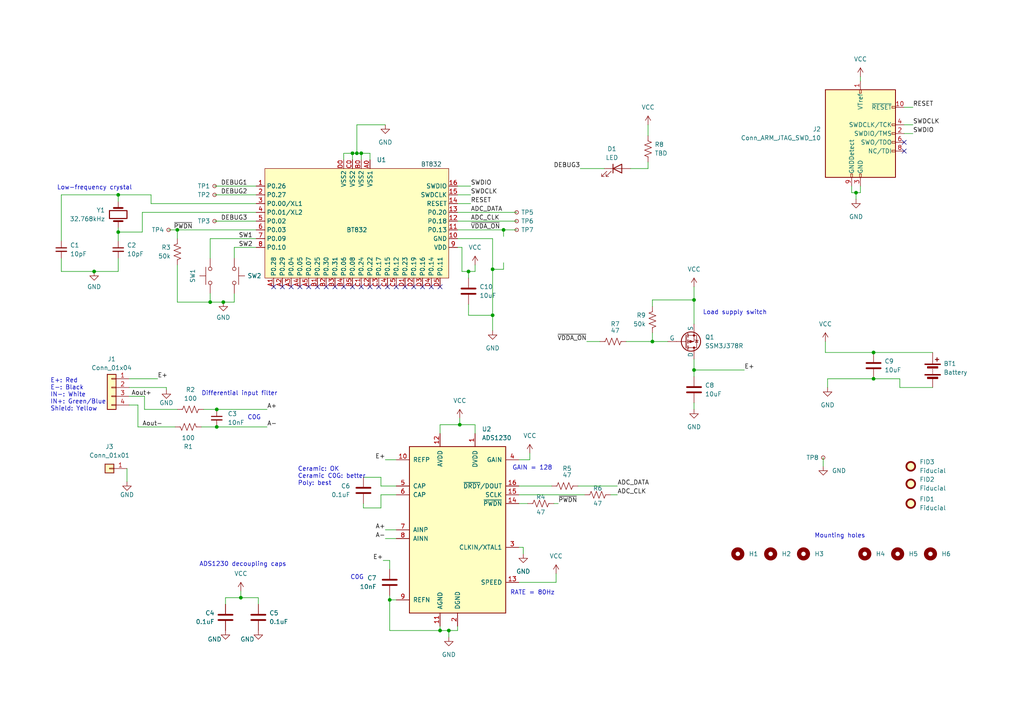
<source format=kicad_sch>
(kicad_sch (version 20230121) (generator eeschema)
  (paper "A4")
  (lib_symbols
    (symbol "Connector:Conn_ARM_JTAG_SWD_10" (pin_names (offset 1.016))
      (property "Reference" "J" (at -2.54 16.51 0))
      (property "Value" "Conn_ARM_JTAG_SWD_10" (at -2.54 13.97 0))
      (symbol "Conn_ARM_JTAG_SWD_10_0_1"
        (rectangle (start -10.16 12.7) (end 10.16 -12.7) (stroke (width 0.254)) (fill (type background)))
        (rectangle (start -2.794 -12.7) (end -2.286 -11.684))
        (rectangle (start -0.254 -12.7) (end 0.254 -11.684))
        (rectangle (start -0.254 12.7) (end 0.254 11.684))
        (rectangle (start 9.144 2.286) (end 10.16 2.794))
        (rectangle (start 10.16 -2.794) (end 9.144 -2.286))
        (rectangle (start 10.16 -0.254) (end 9.144 0.254))
        (rectangle (start 10.16 7.874) (end 9.144 7.366))
      )
      (symbol "Conn_ARM_JTAG_SWD_10_1_1"
        (rectangle (start 9.144 -5.334) (end 10.16 -4.826))
        (pin power_in line (at 0 15.24 270) (length 2.54) (name "VTref") (number "1"))
        (pin open_collector line (at 12.7 7.62 180) (length 2.54) (name "~{RESET}") (number "10"))
        (pin bidirectional line (at 12.7 0 180) (length 2.54) (name "SWDIO/TMS") (number "2"))
        (pin power_in line (at 0 -15.24 90) (length 2.54) (name "GND") (number "3"))
        (pin output line (at 12.7 2.54 180) (length 2.54) (name "SWDCLK/TCK") (number "4"))
        (pin passive line (at 0 -15.24 90) (length 2.54) hide (name "GND") (number "5"))
        (pin input line (at 12.7 -2.54 180) (length 2.54) (name "SWO/TDO") (number "6"))
        (pin no_connect line (at -10.16 0 0) (length 2.54) hide (name "KEY") (number "7"))
        (pin output line (at 12.7 -5.08 180) (length 2.54) (name "NC/TDI") (number "8"))
        (pin passive line (at -2.54 -15.24 90) (length 2.54) (name "GNDDetect") (number "9"))
      )
    )
    (symbol "Connector:TestPoint_Small" (pin_numbers hide) (pin_names (offset 0.762) hide)
      (property "Reference" "TP" (at 0 3.81 0))
      (property "Value" "TestPoint_Small" (at 0 2.032 0))
      (symbol "TestPoint_Small_0_1"
        (circle (center 0 0) (radius 0.508))
      )
      (symbol "TestPoint_Small_1_1"
        (pin passive line (at 0 0 90) (length 0) (name "1") (number "1"))
      )
    )
    (symbol "Connector_Generic:Conn_01x01" (pin_names (offset 1.016) hide)
      (property "Reference" "J" (at 0 2.54 0))
      (property "Value" "Conn_01x01" (at 0 -2.54 0))
      (symbol "Conn_01x01_1_1"
        (rectangle (start -1.27 0.127) (end 0 -0.127) (stroke (width 0.1524)))
        (rectangle (start -1.27 1.27) (end 1.27 -1.27) (stroke (width 0.254)) (fill (type background)))
        (pin passive line (at -5.08 0 0) (length 3.81) (name "Pin_1") (number "1"))
      )
    )
    (symbol "Connector_Generic:Conn_01x04" (pin_names (offset 1.016) hide)
      (property "Reference" "J" (at 0 5.08 0))
      (property "Value" "Conn_01x04" (at 0 -7.62 0))
      (symbol "Conn_01x04_1_1"
        (rectangle (start -1.27 -4.953) (end 0 -5.207) (stroke (width 0.1524)))
        (rectangle (start -1.27 -2.413) (end 0 -2.667) (stroke (width 0.1524)))
        (rectangle (start -1.27 0.127) (end 0 -0.127) (stroke (width 0.1524)))
        (rectangle (start -1.27 2.667) (end 0 2.413) (stroke (width 0.1524)))
        (rectangle (start -1.27 3.81) (end 1.27 -6.35) (stroke (width 0.254)) (fill (type background)))
        (pin passive line (at -5.08 2.54 0) (length 3.81) (name "Pin_1") (number "1"))
        (pin passive line (at -5.08 0 0) (length 3.81) (name "Pin_2") (number "2"))
        (pin passive line (at -5.08 -2.54 0) (length 3.81) (name "Pin_3") (number "3"))
        (pin passive line (at -5.08 -5.08 0) (length 3.81) (name "Pin_4") (number "4"))
      )
    )
    (symbol "Device:Battery" (pin_numbers hide) (pin_names (offset 0) hide)
      (property "Reference" "BT" (at 2.54 2.54 0))
      (property "Value" "Battery" (at 2.54 0 0))
      (symbol "Battery_0_1"
        (rectangle (start -2.286 -1.27) (end 2.286 -1.524) (fill (type outline)))
        (rectangle (start -2.286 1.778) (end 2.286 1.524) (fill (type outline)))
        (rectangle (start -1.524 -2.032) (end 1.524 -2.54) (fill (type outline)))
        (rectangle (start -1.524 1.016) (end 1.524 0.508) (fill (type outline)))
        (polyline (pts (xy 0 -1.016) (xy 0 -0.762)))
        (polyline (pts (xy 0 -0.508) (xy 0 -0.254)))
        (polyline (pts (xy 0 0) (xy 0 0.254)))
        (polyline (pts (xy 0 1.778) (xy 0 2.54)))
        (polyline (pts (xy 0.762 3.048) (xy 1.778 3.048)) (stroke (width 0.254)))
        (polyline (pts (xy 1.27 3.556) (xy 1.27 2.54)) (stroke (width 0.254)))
      )
      (symbol "Battery_1_1"
        (pin passive line (at 0 5.08 270) (length 2.54) (name "+") (number "1"))
        (pin passive line (at 0 -5.08 90) (length 2.54) (name "-") (number "2"))
      )
    )
    (symbol "Device:C" (pin_numbers hide) (pin_names (offset 0.254))
      (property "Reference" "C" (at 0.635 2.54 0))
      (property "Value" "C" (at 0.635 -2.54 0))
      (symbol "C_0_1"
        (polyline (pts (xy -2.032 -0.762) (xy 2.032 -0.762)) (stroke (width 0.508)))
        (polyline (pts (xy -2.032 0.762) (xy 2.032 0.762)) (stroke (width 0.508)))
      )
      (symbol "C_1_1"
        (pin passive line (at 0 3.81 270) (length 2.794) (name "~") (number "1"))
        (pin passive line (at 0 -3.81 90) (length 2.794) (name "~") (number "2"))
      )
    )
    (symbol "Device:C_Small" (pin_numbers hide) (pin_names (offset 0.254) hide)
      (property "Reference" "C" (at 0.254 1.778 0))
      (property "Value" "C_Small" (at 0.254 -2.032 0))
      (symbol "C_Small_0_1"
        (polyline (pts (xy -1.524 -0.508) (xy 1.524 -0.508)) (stroke (width 0.3302)))
        (polyline (pts (xy -1.524 0.508) (xy 1.524 0.508)) (stroke (width 0.3048)))
      )
      (symbol "C_Small_1_1"
        (pin passive line (at 0 2.54 270) (length 2.032) (name "~") (number "1"))
        (pin passive line (at 0 -2.54 90) (length 2.032) (name "~") (number "2"))
      )
    )
    (symbol "Device:Crystal" (pin_numbers hide) (pin_names (offset 1.016) hide)
      (property "Reference" "Y" (at 0 3.81 0))
      (property "Value" "Crystal" (at 0 -3.81 0))
      (symbol "Crystal_0_1"
        (rectangle (start -1.143 2.54) (end 1.143 -2.54) (stroke (width 0.3048)))
        (polyline (pts (xy -2.54 0) (xy -1.905 0)))
        (polyline (pts (xy -1.905 -1.27) (xy -1.905 1.27)) (stroke (width 0.508)))
        (polyline (pts (xy 1.905 -1.27) (xy 1.905 1.27)) (stroke (width 0.508)))
        (polyline (pts (xy 2.54 0) (xy 1.905 0)))
      )
      (symbol "Crystal_1_1"
        (pin passive line (at -3.81 0 0) (length 1.27) (name "1") (number "1"))
        (pin passive line (at 3.81 0 180) (length 1.27) (name "2") (number "2"))
      )
    )
    (symbol "Device:LED" (pin_numbers hide) (pin_names (offset 1.016) hide)
      (property "Reference" "D" (at 0 2.54 0))
      (property "Value" "LED" (at 0 -2.54 0))
      (symbol "LED_0_1"
        (polyline (pts (xy -1.27 -1.27) (xy -1.27 1.27)) (stroke (width 0.254)))
        (polyline (pts (xy -1.27 0) (xy 1.27 0)))
        (polyline (pts (xy 1.27 -1.27) (xy 1.27 1.27) (xy -1.27 0) (xy 1.27 -1.27)) (stroke (width 0.254)))
        (polyline (pts (xy -3.048 -0.762) (xy -4.572 -2.286) (xy -3.81 -2.286) (xy -4.572 -2.286) (xy -4.572 -1.524)))
        (polyline (pts (xy -1.778 -0.762) (xy -3.302 -2.286) (xy -2.54 -2.286) (xy -3.302 -2.286) (xy -3.302 -1.524)))
      )
      (symbol "LED_1_1"
        (pin passive line (at -3.81 0 0) (length 2.54) (name "K") (number "1"))
        (pin passive line (at 3.81 0 180) (length 2.54) (name "A") (number "2"))
      )
    )
    (symbol "Device:R_US" (pin_numbers hide) (pin_names (offset 0))
      (property "Reference" "R" (at 2.54 0 90))
      (property "Value" "R_US" (at -2.54 0 90))
      (symbol "R_US_0_1"
        (polyline (pts (xy 0 -2.286) (xy 0 -2.54)))
        (polyline (pts (xy 0 2.286) (xy 0 2.54)))
        (polyline (pts (xy 0 -0.762) (xy 1.016 -1.143) (xy 0 -1.524) (xy -1.016 -1.905) (xy 0 -2.286)))
        (polyline (pts (xy 0 0.762) (xy 1.016 0.381) (xy 0 0) (xy -1.016 -0.381) (xy 0 -0.762)))
        (polyline (pts (xy 0 2.286) (xy 1.016 1.905) (xy 0 1.524) (xy -1.016 1.143) (xy 0 0.762)))
      )
      (symbol "R_US_1_1"
        (pin passive line (at 0 3.81 270) (length 1.27) (name "~") (number "1"))
        (pin passive line (at 0 -3.81 90) (length 1.27) (name "~") (number "2"))
      )
    )
    (symbol "Kes:ADS1230" (pin_names (offset 1.016))
      (property "Reference" "U" (at -13.97 25.4 0))
      (property "Value" "ADS1230" (at 7.62 25.4 0))
      (symbol "ADS1230_0_1"
        (rectangle (start -13.97 24.13) (end 13.97 -24.13) (stroke (width 0.254)) (fill (type background)))
      )
      (symbol "ADS1230_1_1"
        (pin power_in line (at 5.08 27.94 270) (length 3.81) (name "DVDD") (number "1"))
        (pin input line (at -17.78 20.32 0) (length 3.81) (name "REFP") (number "10"))
        (pin power_in line (at -5.08 -27.94 90) (length 3.81) (name "AGND") (number "11"))
        (pin power_in line (at -5.08 27.94 270) (length 3.81) (name "AVDD") (number "12"))
        (pin input line (at 17.78 -15.24 180) (length 3.81) (name "SPEED") (number "13"))
        (pin input line (at 17.78 7.62 180) (length 3.81) (name "~{PWDN}") (number "14"))
        (pin input line (at 17.78 10.16 180) (length 3.81) (name "SCLK") (number "15"))
        (pin output line (at 17.78 12.7 180) (length 3.81) (name "~{DRDY}/DOUT") (number "16"))
        (pin power_in line (at 0 -27.94 90) (length 3.81) (name "DGND") (number "2"))
        (pin bidirectional line (at 17.78 -5.08 180) (length 3.81) (name "CLKIN/XTAL1") (number "3"))
        (pin input line (at 17.78 20.32 180) (length 3.81) (name "GAIN") (number "4"))
        (pin passive line (at -17.78 12.7 0) (length 3.81) (name "CAP") (number "5"))
        (pin passive line (at -17.78 10.16 0) (length 3.81) (name "CAP") (number "6"))
        (pin input line (at -17.78 0 0) (length 3.81) (name "AINP") (number "7"))
        (pin input line (at -17.78 -2.54 0) (length 3.81) (name "AINN") (number "8"))
        (pin input line (at -17.78 -20.32 0) (length 3.81) (name "REFN") (number "9"))
      )
    )
    (symbol "Kes:BT832"
      (property "Reference" "U" (at 0 0 0))
      (symbol "BT832_1_1"
        (rectangle (start -26.67 17.78) (end 26.67 -13.97) (fill (type background)))
        (text "${VALUE}" (at 21.59 19.05 0) (effects (font (size 1.27 1.27))))
        (pin bidirectional line (at -29.21 12.7 0) (length 2.54) (name "P0.26") (number "1"))
        (pin power_in line (at 29.21 -2.54 180) (length 2.54) (name "GND") (number "10"))
        (pin bidirectional line (at 29.21 0 180) (length 2.54) (name "P0.13") (number "11"))
        (pin bidirectional line (at 29.21 2.54 180) (length 2.54) (name "P0.18") (number "12"))
        (pin bidirectional line (at 29.21 5.08 180) (length 2.54) (name "P0.20") (number "13"))
        (pin input line (at 29.21 7.62 180) (length 2.54) (name "RESET") (number "14"))
        (pin bidirectional line (at 29.21 10.16 180) (length 2.54) (name "SWDCLK") (number "15"))
        (pin bidirectional line (at 29.21 12.7 180) (length 2.54) (name "SWDIO") (number "16"))
        (pin bidirectional line (at -29.21 10.16 0) (length 2.54) (name "P0.27") (number "2"))
        (pin bidirectional line (at -29.21 7.62 0) (length 2.54) (name "P0.00/XL1") (number "3"))
        (pin bidirectional line (at -29.21 5.08 0) (length 2.54) (name "P0.01/XL2") (number "4"))
        (pin bidirectional line (at -29.21 2.54 0) (length 2.54) (name "P0.02") (number "5"))
        (pin bidirectional line (at -29.21 0 0) (length 2.54) (name "P0.03") (number "6"))
        (pin bidirectional line (at -29.21 -2.54 0) (length 2.54) (name "P0.09") (number "7"))
        (pin bidirectional line (at -29.21 -5.08 0) (length 2.54) (name "P0.10") (number "8"))
        (pin power_in line (at 29.21 -5.08 180) (length 2.54) (name "VDD") (number "9"))
        (pin power_in line (at 3.81 20.32 270) (length 2.54) (name "VSS1") (number "A0"))
        (pin bidirectional line (at -24.13 -16.51 90) (length 2.54) (name "P0.28") (number "A1"))
        (pin bidirectional line (at -21.59 -16.51 90) (length 2.54) (name "P0.29") (number "A2"))
        (pin bidirectional line (at -19.05 -16.51 90) (length 2.54) (name "P0.04") (number "A3"))
        (pin bidirectional line (at -16.51 -16.51 90) (length 2.54) (name "P0.05") (number "A4"))
        (pin bidirectional line (at -13.97 -16.51 90) (length 2.54) (name "P0.07") (number "A5"))
        (pin power_in line (at 1.27 20.32 270) (length 2.54) (name "VSS2") (number "B0"))
        (pin bidirectional line (at -11.43 -16.51 90) (length 2.54) (name "P0.25") (number "B1"))
        (pin bidirectional line (at -8.89 -16.51 90) (length 2.54) (name "P0.30") (number "B2"))
        (pin bidirectional line (at -6.35 -16.51 90) (length 2.54) (name "P0.31") (number "B3"))
        (pin bidirectional line (at -3.81 -16.51 90) (length 2.54) (name "P0.06") (number "B4"))
        (pin bidirectional line (at -1.27 -16.51 90) (length 2.54) (name "P0.08") (number "B5"))
        (pin power_in line (at -1.27 20.32 270) (length 2.54) (name "VSS2") (number "C0"))
        (pin bidirectional line (at 1.27 -16.51 90) (length 2.54) (name "P0.24") (number "C1"))
        (pin bidirectional line (at 3.81 -16.51 90) (length 2.54) (name "P0.22") (number "C2"))
        (pin bidirectional line (at 6.35 -16.51 90) (length 2.54) (name "P0.17") (number "C3"))
        (pin bidirectional line (at 8.89 -16.51 90) (length 2.54) (name "P0.15") (number "C4"))
        (pin bidirectional line (at 11.43 -16.51 90) (length 2.54) (name "P0.12") (number "C5"))
        (pin power_in line (at -3.81 20.32 270) (length 2.54) (name "VSS2") (number "D0"))
        (pin bidirectional line (at 13.97 -16.51 90) (length 2.54) (name "P0.23") (number "D1"))
        (pin bidirectional line (at 16.51 -16.51 90) (length 2.54) (name "P0.19") (number "D2"))
        (pin bidirectional line (at 19.05 -16.51 90) (length 2.54) (name "P0.16") (number "D3"))
        (pin bidirectional line (at 21.59 -16.51 90) (length 2.54) (name "P0.14") (number "D4"))
        (pin bidirectional line (at 24.13 -16.51 90) (length 2.54) (name "P0.11") (number "D5"))
      )
    )
    (symbol "Mechanical:Fiducial"
      (property "Reference" "FID" (at 0 5.08 0))
      (property "Value" "Fiducial" (at 0 3.175 0))
      (symbol "Fiducial_0_1"
        (circle (center 0 0) (radius 1.27) (stroke (width 0.508)) (fill (type background)))
      )
    )
    (symbol "Mechanical:MountingHole" (pin_names (offset 1.016))
      (property "Reference" "H" (at 0 5.08 0))
      (property "Value" "MountingHole" (at 0 3.175 0))
      (symbol "MountingHole_0_1"
        (circle (center 0 0) (radius 1.27) (stroke (width 1.27)))
      )
    )
    (symbol "Simulation_SPICE:PMOS" (pin_numbers hide) (pin_names (offset 0))
      (property "Reference" "Q" (at 5.08 1.27 0))
      (property "Value" "PMOS" (at 5.08 -1.27 0))
      (symbol "PMOS_0_1"
        (polyline (pts (xy 0.254 0) (xy -2.54 0)))
        (polyline (pts (xy 0.254 1.905) (xy 0.254 -1.905)) (stroke (width 0.254)))
        (polyline (pts (xy 0.762 -1.27) (xy 0.762 -2.286)) (stroke (width 0.254)))
        (polyline (pts (xy 0.762 0.508) (xy 0.762 -0.508)) (stroke (width 0.254)))
        (polyline (pts (xy 0.762 2.286) (xy 0.762 1.27)) (stroke (width 0.254)))
        (polyline (pts (xy 2.54 2.54) (xy 2.54 1.778)))
        (polyline (pts (xy 2.54 -2.54) (xy 2.54 0) (xy 0.762 0)))
        (polyline (pts (xy 0.762 1.778) (xy 3.302 1.778) (xy 3.302 -1.778) (xy 0.762 -1.778)))
        (polyline (pts (xy 2.286 0) (xy 1.27 0.381) (xy 1.27 -0.381) (xy 2.286 0)) (fill (type outline)))
        (polyline (pts (xy 2.794 -0.508) (xy 2.921 -0.381) (xy 3.683 -0.381) (xy 3.81 -0.254)))
        (polyline (pts (xy 3.302 -0.381) (xy 2.921 0.254) (xy 3.683 0.254) (xy 3.302 -0.381)))
        (circle (center 1.651 0) (radius 2.794) (stroke (width 0.254)))
        (circle (center 2.54 -1.778) (radius 0.254) (fill (type outline)))
        (circle (center 2.54 1.778) (radius 0.254) (fill (type outline)))
      )
      (symbol "PMOS_1_1"
        (pin passive line (at 2.54 5.08 270) (length 2.54) (name "D") (number "1"))
        (pin input line (at -5.08 0 0) (length 2.54) (name "G") (number "2"))
        (pin passive line (at 2.54 -5.08 90) (length 2.54) (name "S") (number "3"))
      )
    )
    (symbol "Switch:SW_Push" (pin_numbers hide) (pin_names (offset 1.016) hide)
      (property "Reference" "SW" (at 1.27 2.54 0))
      (property "Value" "SW_Push" (at 0 -1.524 0))
      (symbol "SW_Push_0_1"
        (circle (center -2.032 0) (radius 0.508))
        (polyline (pts (xy 0 1.27) (xy 0 3.048)))
        (polyline (pts (xy 2.54 1.27) (xy -2.54 1.27)))
        (circle (center 2.032 0) (radius 0.508))
        (pin passive line (at -5.08 0 0) (length 2.54) (name "1") (number "1"))
        (pin passive line (at 5.08 0 180) (length 2.54) (name "2") (number "2"))
      )
    )
    (symbol "power:GND" (power) (pin_names (offset 0))
      (property "Value" "GND" (at 0 -3.81 0))
      (symbol "GND_0_1"
        (polyline (pts (xy 0 0) (xy 0 -1.27) (xy 1.27 -1.27) (xy 0 -2.54) (xy -1.27 -1.27) (xy 0 -1.27)))
      )
      (symbol "GND_1_1"
        (pin power_in line (at 0 0 270) (length 0) hide (name "GND") (number "1"))
      )
    )
    (symbol "power:VCC" (power) (pin_names (offset 0))
      (property "Value" "VCC" (at 0 3.81 0))
      (symbol "VCC_0_1"
        (polyline (pts (xy -0.762 1.27) (xy 0 2.54)))
        (polyline (pts (xy 0 0) (xy 0 2.54)))
        (polyline (pts (xy 0 2.54) (xy 0.762 1.27)))
      )
      (symbol "VCC_1_1"
        (pin power_in line (at 0 0 90) (length 0) hide (name "VCC") (number "1"))
      )
    )
  )
  (junction (at 146.05 66.675))
  (junction (at 248.285 55.88))
  (junction (at 142.875 91.44))
  (junction (at 62.865 118.745))
  (junction (at 142.875 78.105))
  (junction (at 127.635 182.88))
  (junction (at 51.435 66.675))
  (junction (at 253.365 109.855))
  (junction (at 64.77 87.63))
  (junction (at 113.03 173.99))
  (junction (at 60.96 87.63))
  (junction (at 62.865 123.825))
  (junction (at 130.175 182.88))
  (junction (at 104.775 44.45))
  (junction (at 103.505 44.45))
  (junction (at 253.365 102.235))
  (junction (at 69.85 173.355))
  (junction (at 27.305 78.74))
  (junction (at 102.235 44.45))
  (junction (at 34.29 67.31))
  (junction (at 34.29 56.515))
  (junction (at 189.23 99.06))
  (junction (at 133.35 123.19))
  (junction (at 201.295 107.315))
  (junction (at 201.295 86.995))
  (junction (at 135.89 78.74))
  (no_connect (at 262.255 41.275))
  (no_connect (at 125.095 83.185))
  (no_connect (at 114.935 83.185))
  (no_connect (at 94.615 83.185))
  (no_connect (at 92.075 83.185))
  (no_connect (at 127.635 83.185))
  (no_connect (at 120.015 83.185))
  (no_connect (at 104.775 83.185))
  (no_connect (at 84.455 83.185))
  (no_connect (at 107.315 83.185))
  (no_connect (at 89.535 83.185))
  (no_connect (at 86.995 83.185))
  (no_connect (at 262.255 43.815))
  (no_connect (at 122.555 83.185))
  (no_connect (at 79.375 83.185))
  (no_connect (at 117.475 83.185))
  (no_connect (at 99.695 83.185))
  (no_connect (at 112.395 83.185))
  (no_connect (at 81.915 83.185))
  (no_connect (at 109.855 83.185))
  (no_connect (at 102.235 83.185))
  (no_connect (at 97.155 83.185))
  (wire (pts (xy 240.03 109.855) (xy 253.365 109.855)))
  (wire (pts (xy 135.89 78.74) (xy 137.795 78.74)))
  (wire (pts (xy 34.29 67.31) (xy 34.29 69.85)))
  (wire (pts (xy 133.985 78.74) (xy 135.89 78.74)))
  (wire (pts (xy 111.125 162.56) (xy 113.03 162.56)))
  (wire (pts (xy 110.49 147.32) (xy 105.41 147.32)))
  (wire (pts (xy 111.76 156.21) (xy 114.935 156.21)))
  (wire (pts (xy 127.635 181.61) (xy 127.635 182.88)))
  (wire (pts (xy 201.295 104.14) (xy 201.295 107.315)))
  (wire (pts (xy 150.495 146.05) (xy 153.035 146.05)))
  (wire (pts (xy 48.26 112.395) (xy 48.26 113.03)))
  (wire (pts (xy 17.78 78.74) (xy 27.305 78.74)))
  (wire (pts (xy 34.29 56.515) (xy 17.78 56.515)))
  (wire (pts (xy 127.635 123.19) (xy 127.635 125.73)))
  (wire (pts (xy 113.03 173.99) (xy 113.03 182.88)))
  (wire (pts (xy 58.42 123.825) (xy 62.865 123.825)))
  (wire (pts (xy 110.49 138.43) (xy 110.49 140.97)))
  (wire (pts (xy 146.05 76.2) (xy 146.05 78.105)))
  (wire (pts (xy 67.945 74.93) (xy 67.945 71.755)))
  (wire (pts (xy 43.815 59.055) (xy 43.815 56.515)))
  (wire (pts (xy 201.295 116.84) (xy 201.295 118.745)))
  (wire (pts (xy 60.96 87.63) (xy 60.96 85.09)))
  (wire (pts (xy 150.495 143.51) (xy 169.545 143.51)))
  (wire (pts (xy 51.435 76.835) (xy 51.435 87.63)))
  (wire (pts (xy 182.88 48.895) (xy 187.96 48.895)))
  (wire (pts (xy 113.03 172.72) (xy 113.03 173.99)))
  (wire (pts (xy 107.315 44.45) (xy 107.315 46.355)))
  (wire (pts (xy 187.96 48.895) (xy 187.96 46.99)))
  (wire (pts (xy 62.865 118.745) (xy 77.47 118.745)))
  (wire (pts (xy 132.715 71.755) (xy 133.985 71.755)))
  (wire (pts (xy 60.96 74.93) (xy 60.96 69.215)))
  (wire (pts (xy 150.495 158.75) (xy 151.765 158.75)))
  (wire (pts (xy 102.235 44.45) (xy 103.505 44.45)))
  (wire (pts (xy 67.945 87.63) (xy 67.945 85.09)))
  (wire (pts (xy 34.29 58.42) (xy 34.29 56.515)))
  (wire (pts (xy 146.05 78.105) (xy 142.875 78.105)))
  (wire (pts (xy 17.78 56.515) (xy 17.78 69.85)))
  (wire (pts (xy 114.935 173.99) (xy 113.03 173.99)))
  (wire (pts (xy 130.175 182.88) (xy 130.175 184.785)))
  (wire (pts (xy 62.865 123.825) (xy 77.47 123.825)))
  (wire (pts (xy 65.405 173.355) (xy 69.85 173.355)))
  (wire (pts (xy 40.005 117.475) (xy 40.005 123.825)))
  (wire (pts (xy 34.29 66.04) (xy 34.29 67.31)))
  (wire (pts (xy 160.655 146.05) (xy 161.925 146.05)))
  (wire (pts (xy 161.29 168.91) (xy 150.495 168.91)))
  (wire (pts (xy 167.64 140.97) (xy 179.07 140.97)))
  (wire (pts (xy 110.49 140.97) (xy 114.935 140.97)))
  (wire (pts (xy 132.715 66.675) (xy 146.05 66.675)))
  (wire (pts (xy 135.89 88.265) (xy 135.89 91.44)))
  (wire (pts (xy 110.49 143.51) (xy 110.49 147.32)))
  (wire (pts (xy 74.295 59.055) (xy 43.815 59.055)))
  (wire (pts (xy 99.695 44.45) (xy 102.235 44.45)))
  (wire (pts (xy 113.03 162.56) (xy 113.03 165.1)))
  (wire (pts (xy 105.41 138.43) (xy 110.49 138.43)))
  (wire (pts (xy 105.41 147.32) (xy 105.41 146.05)))
  (wire (pts (xy 187.96 36.195) (xy 187.96 39.37)))
  (wire (pts (xy 74.295 64.135) (xy 62.23 64.135)))
  (wire (pts (xy 64.77 87.63) (xy 60.96 87.63)))
  (wire (pts (xy 37.465 112.395) (xy 48.26 112.395)))
  (wire (pts (xy 74.295 56.515) (xy 62.23 56.515)))
  (wire (pts (xy 127.635 123.19) (xy 133.35 123.19)))
  (wire (pts (xy 249.555 53.975) (xy 249.555 55.88)))
  (wire (pts (xy 153.67 133.35) (xy 153.67 131.445)))
  (wire (pts (xy 249.555 22.225) (xy 249.555 23.495)))
  (wire (pts (xy 132.715 59.055) (xy 136.525 59.055)))
  (wire (pts (xy 189.23 88.9) (xy 189.23 86.995)))
  (wire (pts (xy 189.23 99.06) (xy 193.675 99.06)))
  (wire (pts (xy 114.935 133.35) (xy 111.76 133.35)))
  (wire (pts (xy 201.295 86.995) (xy 201.295 93.98)))
  (wire (pts (xy 253.365 102.235) (xy 270.51 102.235)))
  (wire (pts (xy 43.815 56.515) (xy 34.29 56.515)))
  (wire (pts (xy 67.945 71.755) (xy 74.295 71.755)))
  (wire (pts (xy 133.985 71.755) (xy 133.985 78.74)))
  (wire (pts (xy 150.495 133.35) (xy 153.67 133.35)))
  (wire (pts (xy 133.35 123.19) (xy 137.795 123.19)))
  (wire (pts (xy 240.03 112.395) (xy 240.03 109.855)))
  (wire (pts (xy 146.05 66.675) (xy 146.05 68.58)))
  (wire (pts (xy 34.29 67.31) (xy 41.275 67.31)))
  (wire (pts (xy 127.635 182.88) (xy 130.175 182.88)))
  (wire (pts (xy 37.465 114.935) (xy 41.91 114.935)))
  (wire (pts (xy 238.76 135.255) (xy 238.76 132.715)))
  (wire (pts (xy 104.775 44.45) (xy 104.775 46.355)))
  (wire (pts (xy 189.23 96.52) (xy 189.23 99.06)))
  (wire (pts (xy 142.875 69.215) (xy 132.715 69.215)))
  (wire (pts (xy 132.715 61.595) (xy 149.86 61.595)))
  (wire (pts (xy 111.76 153.67) (xy 114.935 153.67)))
  (wire (pts (xy 40.005 123.825) (xy 50.8 123.825)))
  (wire (pts (xy 104.775 44.45) (xy 107.315 44.45)))
  (wire (pts (xy 51.435 66.675) (xy 74.295 66.675)))
  (wire (pts (xy 135.89 78.74) (xy 135.89 80.645)))
  (wire (pts (xy 161.29 166.37) (xy 161.29 168.91)))
  (wire (pts (xy 34.29 78.74) (xy 34.29 74.93)))
  (wire (pts (xy 132.715 181.61) (xy 132.715 182.88)))
  (wire (pts (xy 51.435 118.745) (xy 41.91 118.745)))
  (wire (pts (xy 201.295 83.185) (xy 201.295 86.995)))
  (wire (pts (xy 132.715 53.975) (xy 136.525 53.975)))
  (wire (pts (xy 260.985 112.395) (xy 270.51 112.395)))
  (wire (pts (xy 133.35 121.285) (xy 133.35 123.19)))
  (wire (pts (xy 135.89 91.44) (xy 142.875 91.44)))
  (wire (pts (xy 177.165 143.51) (xy 179.07 143.51)))
  (wire (pts (xy 41.91 118.745) (xy 41.91 114.935)))
  (wire (pts (xy 150.495 140.97) (xy 160.02 140.97)))
  (wire (pts (xy 262.255 31.115) (xy 264.795 31.115)))
  (wire (pts (xy 51.435 66.675) (xy 51.435 69.215)))
  (wire (pts (xy 239.395 102.235) (xy 239.395 99.06)))
  (wire (pts (xy 69.85 171.45) (xy 69.85 173.355)))
  (wire (pts (xy 181.61 99.06) (xy 189.23 99.06)))
  (wire (pts (xy 248.285 55.88) (xy 248.285 57.785)))
  (wire (pts (xy 262.255 38.735) (xy 264.795 38.735)))
  (wire (pts (xy 59.055 118.745) (xy 62.865 118.745)))
  (wire (pts (xy 74.295 53.975) (xy 62.23 53.975)))
  (wire (pts (xy 137.795 123.19) (xy 137.795 125.73)))
  (wire (pts (xy 168.275 48.895) (xy 175.26 48.895)))
  (wire (pts (xy 69.85 173.355) (xy 74.93 173.355)))
  (wire (pts (xy 74.93 173.355) (xy 74.93 175.26)))
  (wire (pts (xy 103.505 36.195) (xy 111.76 36.195)))
  (wire (pts (xy 146.05 66.675) (xy 149.86 66.675)))
  (wire (pts (xy 247.015 55.88) (xy 248.285 55.88)))
  (wire (pts (xy 249.555 55.88) (xy 248.285 55.88)))
  (wire (pts (xy 114.935 143.51) (xy 110.49 143.51)))
  (wire (pts (xy 60.96 69.215) (xy 74.295 69.215)))
  (wire (pts (xy 201.295 107.315) (xy 201.295 109.22)))
  (wire (pts (xy 40.005 117.475) (xy 37.465 117.475)))
  (wire (pts (xy 102.235 44.45) (xy 102.235 46.355)))
  (wire (pts (xy 27.305 78.74) (xy 34.29 78.74)))
  (wire (pts (xy 48.895 66.675) (xy 51.435 66.675)))
  (wire (pts (xy 260.985 109.855) (xy 260.985 112.395)))
  (wire (pts (xy 142.875 95.885) (xy 142.875 91.44)))
  (wire (pts (xy 41.275 67.31) (xy 41.275 61.595)))
  (wire (pts (xy 65.405 175.26) (xy 65.405 173.355)))
  (wire (pts (xy 239.395 102.235) (xy 253.365 102.235)))
  (wire (pts (xy 132.715 56.515) (xy 136.525 56.515)))
  (wire (pts (xy 130.175 182.88) (xy 132.715 182.88)))
  (wire (pts (xy 41.275 61.595) (xy 74.295 61.595)))
  (wire (pts (xy 64.77 87.63) (xy 67.945 87.63)))
  (wire (pts (xy 151.765 160.655) (xy 151.765 158.75)))
  (wire (pts (xy 103.505 44.45) (xy 104.775 44.45)))
  (wire (pts (xy 132.715 64.135) (xy 149.86 64.135)))
  (wire (pts (xy 142.875 78.105) (xy 142.875 69.215)))
  (wire (pts (xy 201.295 107.315) (xy 215.9 107.315)))
  (wire (pts (xy 51.435 87.63) (xy 60.96 87.63)))
  (wire (pts (xy 262.255 36.195) (xy 264.795 36.195)))
  (wire (pts (xy 260.985 109.855) (xy 253.365 109.855)))
  (wire (pts (xy 17.78 74.93) (xy 17.78 78.74)))
  (wire (pts (xy 36.83 135.89) (xy 36.83 139.7)))
  (wire (pts (xy 189.23 86.995) (xy 201.295 86.995)))
  (wire (pts (xy 99.695 46.355) (xy 99.695 44.45)))
  (wire (pts (xy 247.015 53.975) (xy 247.015 55.88)))
  (wire (pts (xy 170.18 99.06) (xy 173.99 99.06)))
  (wire (pts (xy 113.03 182.88) (xy 127.635 182.88)))
  (wire (pts (xy 137.795 78.74) (xy 137.795 76.835)))
  (wire (pts (xy 37.465 109.855) (xy 45.72 109.855)))
  (wire (pts (xy 142.875 91.44) (xy 142.875 78.105)))
  (wire (pts (xy 103.505 44.45) (xy 103.505 36.195)))
  (text "Load supply switch" (at 203.835 91.44 0) (effects (font (size 1.27 1.27)) (justify left bottom)))
  (text "E+: Red\nE-: Black\nIN-: White\nIN+: Green/Blue\nShield: Yellow" (at 14.605 119.38 0) (effects (font (size 1.27 1.27)) (justify left bottom)))
  (text "Differential input filter" (at 58.42 114.935 0) (effects (font (size 1.27 1.27)) (justify left bottom)))
  (text "Low-frequency crystal" (at 16.51 55.245 0) (effects (font (size 1.27 1.27)) (justify left bottom)))
  (text "C0G" (at 101.6 168.275 0) (effects (font (size 1.27 1.27)) (justify left bottom)))
  (text "Mounting holes" (at 236.22 156.21 0) (effects (font (size 1.27 1.27)) (justify left bottom)))
  (text "RATE = 80Hz" (at 147.955 172.72 0) (effects (font (size 1.27 1.27)) (justify left bottom)))
  (text "GAIN = 128" (at 148.59 136.525 0) (effects (font (size 1.27 1.27)) (justify left bottom)))
  (text "Ceramic: OK\nCeramic C0G: better\nPoly: best" (at 86.36 140.97 0) (effects (font (size 1.27 1.27)) (justify left bottom)))
  (text "C0G" (at 71.755 121.92 0) (effects (font (size 1.27 1.27)) (justify left bottom)))
  (text "ADS1230 decoupling caps" (at 57.785 164.465 0) (effects (font (size 1.27 1.27)) (justify left bottom)))
  (label "E+" (at 111.125 162.56 180))
  (label "DEBUG3" (at 168.275 48.895 180))
  (label "SWDCLK" (at 264.795 36.195 0))
  (label "ADC_CLK" (at 179.07 143.51 0))
  (label "DEBUG3" (at 71.755 64.135 180))
  (label "~{PWDN}" (at 161.925 146.05 0))
  (label "SW2" (at 69.215 71.755 0))
  (label "SW1" (at 69.215 69.215 0))
  (label "RESET" (at 264.795 31.115 0))
  (label "RESET" (at 136.525 59.055 0))
  (label "ADC_DATA" (at 179.07 140.97 0))
  (label "ADC_DATA" (at 136.525 61.595 0))
  (label "A-" (at 77.47 123.825 0))
  (label "ADC_CLK" (at 136.525 64.135 0))
  (label "Aout-" (at 41.275 123.825 0))
  (label "A-" (at 111.76 156.21 180))
  (label "SWDCLK" (at 136.525 56.515 0))
  (label "A+" (at 77.47 118.745 0))
  (label "DEBUG1" (at 71.755 53.975 180))
  (label "~{PWDN}" (at 55.88 66.675 180))
  (label "~{VDDA_ON}" (at 136.525 66.675 0))
  (label "E+" (at 215.9 107.315 0))
  (label "A+" (at 111.76 153.67 180))
  (label "DEBUG2" (at 71.755 56.515 180))
  (label "E+" (at 111.76 133.35 180))
  (label "Aout+" (at 38.1 114.935 0))
  (label "SWDIO" (at 136.525 53.975 0))
  (label "E+" (at 45.72 109.855 0))
  (label "~{VDDA_ON}" (at 170.18 99.06 180))
  (label "SWDIO" (at 264.795 38.735 0))
  (symbol (lib_id "Switch:SW_Push") (at 60.96 80.01 90) (mirror x) (unit 1)
    (property "Reference" "SW1" (at 55.88 80.01 0))
    (property "Value" "2223-TS02-66-70-BK-160-LCR-D-ND (Digikey)" (effects hide))
    (property "Footprint" "Button_Switch_THT:SW_PUSH_6mm_H7.3mm" (effects hide))
  )
  (symbol (lib_id "Device:C") (at 74.93 179.07 0) (unit 1)
    (property "Reference" "C5" (at 78.105 177.8 0) (effects (justify left)))
    (property "Value" "0.1uF" (at 78.105 180.34 0) (effects (justify left)))
    (property "Footprint" "Capacitor_SMD:C_0603_1608Metric" (effects hide))
  )
  (symbol (lib_id "Connector:TestPoint_Small") (at 62.23 64.135 180) (unit 1)
    (property "Reference" "TP3" (at 60.96 64.135 0) (effects (justify left)))
    (property "Value" "TestPoint_Small" (effects hide))
    (property "Footprint" "TestPoint:TestPoint_Pad_D1.5mm" (effects hide))
  )
  (symbol (lib_id "power:GND") (at 48.26 113.03 0) (unit 1)
    (property "Reference" "#PWR03" (effects hide))
    (property "Value" "GND" (at 48.26 116.84 0))
  )
  (symbol (lib_id "Device:C") (at 105.41 142.24 0) (mirror y) (unit 1)
    (property "Reference" "C6" (at 101.6 140.97 0) (effects (justify left)))
    (property "Value" "0.1uF" (at 101.6 143.51 0) (effects (justify left)))
    (property "Footprint" "Capacitor_SMD:C_0603_1608Metric" (effects hide))
  )
  (symbol (lib_id "Device:Battery") (at 270.51 107.315 0) (unit 1)
    (property "Reference" "BT1" (at 273.685 105.4735 0) (effects (justify left)))
    (property "Value" "Battery" (at 273.685 108.0135 0) (effects (justify left)))
    (property "Footprint" "Connector_Wire:SolderWire-0.5sqmm_1x02_P4.6mm_D0.9mm_OD2.1mm" (effects hide))
  )
  (symbol (lib_id "Kes:ADS1230") (at 132.715 153.67 0) (unit 1)
    (property "Reference" "U2" (at 139.7509 124.46 0) (effects (justify left)))
    (property "Value" "ADS1230" (at 139.7509 127 0) (effects (justify left)))
    (property "Footprint" "Package_SO:TSSOP-16_4.4x5mm_P0.65mm" (effects hide))
    (property "Datasheet" "http://www.ti.com/lit/ds/symlink/ads1230.pdf" (effects hide))
  )
  (symbol (lib_id "power:GND") (at 74.93 182.88 0) (unit 1)
    (property "Reference" "#PWR07" (effects hide))
    (property "Value" "GND" (at 71.755 185.42 0))
  )
  (symbol (lib_id "Device:C") (at 135.89 84.455 0) (unit 1)
    (property "Reference" "C10" (at 139.065 83.185 0) (effects (justify left)))
    (property "Value" "10uF" (at 139.065 85.725 0) (effects (justify left)))
    (property "Footprint" "Capacitor_SMD:C_0805_2012Metric" (effects hide))
  )
  (symbol (lib_id "Connector:TestPoint_Small") (at 238.76 132.715 0) (mirror y) (unit 1)
    (property "Reference" "TP8" (at 237.49 132.715 0) (effects (justify left)))
    (property "Value" "TestPoint_Small" (effects hide))
    (property "Footprint" "TestPoint:TestPoint_Pad_D1.5mm" (effects hide))
  )
  (symbol (lib_id "Device:C") (at 201.295 113.03 0) (unit 1)
    (property "Reference" "C8" (at 204.47 111.76 0) (effects (justify left)))
    (property "Value" "10uF" (at 204.47 114.3 0) (effects (justify left)))
    (property "Footprint" "Capacitor_SMD:C_0805_2012Metric" (effects hide))
  )
  (symbol (lib_id "Simulation_SPICE:PMOS") (at 198.755 99.06 0) (mirror x) (unit 1)
    (property "Reference" "Q1" (at 204.47 97.79 0) (effects (justify left)))
    (property "Value" "SSM3J378R" (at 204.47 100.33 0) (effects (justify left)))
    (property "Footprint" "Package_TO_SOT_SMD:SOT-23" (effects hide))
    (property "Datasheet" "https://ngspice.sourceforge.io/docs/ngspice-manual.pdf" (effects hide))
    (property "Sim.Device" "PMOS" (effects hide))
    (property "Sim.Type" "VDMOS" (effects hide))
    (property "Sim.Pins" "1=D 2=G 3=S" (effects hide))
  )
  (symbol (lib_id "power:GND") (at 64.77 87.63 0) (unit 1)
    (property "Reference" "#PWR04" (effects hide))
    (property "Value" "GND" (at 64.77 92.075 0))
  )
  (symbol (lib_id "Device:R_US") (at 189.23 92.71 0) (mirror y) (unit 1)
    (property "Reference" "R9" (at 187.325 91.44 0) (effects (justify left)))
    (property "Value" "50k" (at 187.325 93.98 0) (effects (justify left)))
    (property "Footprint" "Resistor_SMD:R_0603_1608Metric" (effects hide))
  )
  (symbol (lib_id "power:VCC") (at 69.85 171.45 0) (unit 1)
    (property "Reference" "#PWR06" (effects hide))
    (property "Value" "VCC" (at 69.85 166.37 0))
  )
  (symbol (lib_id "power:VCC") (at 239.395 99.06 0) (unit 1)
    (property "Reference" "#PWR020" (effects hide))
    (property "Value" "VCC" (at 239.395 93.98 0))
  )
  (symbol (lib_id "power:VCC") (at 137.795 76.835 0) (unit 1)
    (property "Reference" "#PWR011" (effects hide))
    (property "Value" "VCC" (at 137.795 71.755 0))
  )
  (symbol (lib_id "Mechanical:MountingHole") (at 223.52 160.655 0) (unit 1)
    (property "Reference" "H2" (at 226.695 160.655 0) (effects (justify left)))
    (property "Value" "MountingHole" (effects hide))
    (property "Footprint" "MountingHole:MountingHole_2.2mm_M2" (effects hide))
  )
  (symbol (lib_id "power:GND") (at 240.03 112.395 0) (unit 1)
    (property "Reference" "#PWR021" (effects hide))
    (property "Value" "GND" (at 240.03 117.475 0))
  )
  (symbol (lib_id "Device:R_US") (at 156.845 146.05 90) (unit 1)
    (property "Reference" "R4" (at 156.845 144.145 90))
    (property "Value" "47" (at 156.845 148.59 90))
    (property "Footprint" "Resistor_SMD:R_0603_1608Metric" (effects hide))
  )
  (symbol (lib_id "Mechanical:Fiducial") (at 264.16 146.05 0) (unit 1)
    (property "Reference" "FID1" (at 266.7 144.78 0) (effects (justify left)))
    (property "Value" "Fiducial" (at 266.7 147.32 0) (effects (justify left)))
    (property "Footprint" "Fiducial:Fiducial_0.5mm_Mask1mm" (effects hide))
  )
  (symbol (lib_id "Device:C") (at 113.03 168.91 0) (mirror y) (unit 1)
    (property "Reference" "C7" (at 109.22 167.64 0) (effects (justify left)))
    (property "Value" "10nF" (at 109.22 170.18 0) (effects (justify left)))
    (property "Footprint" "Capacitor_SMD:C_0603_1608Metric" (effects hide))
  )
  (symbol (lib_id "Device:R_US") (at 54.61 123.825 90) (mirror x) (unit 1)
    (property "Reference" "R1" (at 54.61 129.54 90))
    (property "Value" "100" (at 54.61 127 90))
    (property "Footprint" "Resistor_SMD:R_0603_1608Metric" (effects hide))
  )
  (symbol (lib_id "power:GND") (at 151.765 160.655 0) (unit 1)
    (property "Reference" "#PWR013" (effects hide))
    (property "Value" "GND" (at 151.765 165.735 0))
  )
  (symbol (lib_id "Device:R_US") (at 173.355 143.51 90) (unit 1)
    (property "Reference" "R6" (at 173.355 141.605 90))
    (property "Value" "47" (at 173.355 146.05 90))
    (property "Footprint" "Resistor_SMD:R_0603_1608Metric" (effects hide))
  )
  (symbol (lib_id "Device:R_US") (at 187.96 43.18 0) (unit 1)
    (property "Reference" "R8" (at 189.865 41.91 0) (effects (justify left)))
    (property "Value" "TBD" (at 189.865 44.45 0) (effects (justify left)))
    (property "Footprint" "Resistor_SMD:R_0805_2012Metric" (effects hide))
  )
  (symbol (lib_id "Mechanical:MountingHole") (at 260.35 160.655 0) (unit 1)
    (property "Reference" "H5" (at 263.525 160.655 0) (effects (justify left)))
    (property "Value" "MountingHole" (effects hide))
    (property "Footprint" "MountingHole:MountingHole_2.2mm_M2" (effects hide))
  )
  (symbol (lib_id "Device:C") (at 65.405 179.07 0) (mirror y) (unit 1)
    (property "Reference" "C4" (at 62.23 177.8 0) (effects (justify left)))
    (property "Value" "0.1uF" (at 62.23 180.34 0) (effects (justify left)))
    (property "Footprint" "Capacitor_SMD:C_0603_1608Metric" (effects hide))
  )
  (symbol (lib_id "Connector:TestPoint_Small") (at 149.86 66.675 0) (unit 1)
    (property "Reference" "TP7" (at 151.13 66.675 0) (effects (justify left)))
    (property "Value" "TestPoint_Small" (effects hide))
    (property "Footprint" "TestPoint:TestPoint_Pad_D1.5mm" (effects hide))
  )
  (symbol (lib_id "power:GND") (at 130.175 184.785 0) (unit 1)
    (property "Reference" "#PWR09" (effects hide))
    (property "Value" "GND" (at 130.175 189.865 0))
  )
  (symbol (lib_id "Connector:TestPoint_Small") (at 62.23 56.515 180) (unit 1)
    (property "Reference" "TP2" (at 60.96 56.515 0) (effects (justify left)))
    (property "Value" "TestPoint_Small" (effects hide))
    (property "Footprint" "TestPoint:TestPoint_Pad_D1.5mm" (effects hide))
  )
  (symbol (lib_id "power:GND") (at 248.285 57.785 0) (unit 1)
    (property "Reference" "#PWR022" (effects hide))
    (property "Value" "GND" (at 248.285 62.865 0))
  )
  (symbol (lib_id "Device:R_US") (at 177.8 99.06 90) (unit 1)
    (property "Reference" "R7" (at 178.435 93.98 90))
    (property "Value" "47" (at 178.435 95.885 90))
    (property "Footprint" "Resistor_SMD:R_0603_1608Metric" (effects hide))
  )
  (symbol (lib_id "Connector_Generic:Conn_01x04") (at 32.385 112.395 0) (mirror y) (unit 1)
    (property "Reference" "J1" (at 32.385 104.14 0))
    (property "Value" "Conn_01x04" (at 32.385 106.68 0))
    (property "Footprint" "Connector_Wire:SolderWire-0.1sqmm_1x04_P3.6mm_D0.4mm_OD1mm" (effects hide))
  )
  (symbol (lib_id "power:VCC") (at 201.295 83.185 0) (unit 1)
    (property "Reference" "#PWR017" (effects hide))
    (property "Value" "VCC" (at 201.295 78.105 0))
  )
  (symbol (lib_id "power:GND") (at 201.295 118.745 0) (unit 1)
    (property "Reference" "#PWR018" (effects hide))
    (property "Value" "GND" (at 201.295 123.825 0))
  )
  (symbol (lib_id "power:VCC") (at 161.29 166.37 0) (unit 1)
    (property "Reference" "#PWR015" (effects hide))
    (property "Value" "VCC" (at 161.29 161.29 0))
  )
  (symbol (lib_id "Connector:TestPoint_Small") (at 149.86 61.595 0) (unit 1)
    (property "Reference" "TP5" (at 151.13 61.595 0) (effects (justify left)))
    (property "Value" "TestPoint_Small" (effects hide))
    (property "Footprint" "TestPoint:TestPoint_Pad_D1.5mm" (effects hide))
  )
  (symbol (lib_id "Connector:Conn_ARM_JTAG_SWD_10") (at 249.555 38.735 0) (unit 1)
    (property "Reference" "J2" (at 238.125 37.465 0) (effects (justify right)))
    (property "Value" "Conn_ARM_JTAG_SWD_10" (at 238.125 40.005 0) (effects (justify right)))
    (property "Footprint" "Connector_PinHeader_1.27mm:PinHeader_2x05_P1.27mm_Vertical_SMD" (effects hide))
    (property "Datasheet" "http://infocenter.arm.com/help/topic/com.arm.doc.ddi0314h/DDI0314H_coresight_components_trm.pdf" (effects hide))
  )
  (symbol (lib_id "Mechanical:MountingHole") (at 233.045 160.655 0) (unit 1)
    (property "Reference" "H3" (at 236.22 160.655 0) (effects (justify left)))
    (property "Value" "MountingHole" (effects hide))
    (property "Footprint" "MountingHole:MountingHole_2.2mm_M2" (effects hide))
  )
  (symbol (lib_id "Mechanical:MountingHole") (at 269.875 160.655 0) (unit 1)
    (property "Reference" "H6" (at 273.05 160.655 0) (effects (justify left)))
    (property "Value" "MountingHole" (effects hide))
    (property "Footprint" "MountingHole:MountingHole_2.2mm_M2" (effects hide))
  )
  (symbol (lib_id "Device:R_US") (at 51.435 73.025 0) (mirror y) (unit 1)
    (property "Reference" "R3" (at 49.53 71.755 0) (effects (justify left)))
    (property "Value" "50k" (at 49.53 74.295 0) (effects (justify left)))
    (property "Footprint" "Resistor_SMD:R_0603_1608Metric" (effects hide))
  )
  (symbol (lib_id "power:VCC") (at 133.35 121.285 0) (unit 1)
    (property "Reference" "#PWR010" (effects hide))
    (property "Value" "VCC" (at 133.35 116.205 0))
  )
  (symbol (lib_id "Device:C_Small") (at 34.29 72.39 0) (unit 1)
    (property "Reference" "C2" (at 36.83 71.1263 0) (effects (justify left)))
    (property "Value" "10pF" (at 36.83 73.6663 0) (effects (justify left)))
    (property "Footprint" "Capacitor_SMD:C_0603_1608Metric" (effects hide))
  )
  (symbol (lib_id "power:GND") (at 36.83 139.7 0) (unit 1)
    (property "Reference" "#PWR02" (effects hide))
    (property "Value" "GND" (at 36.83 143.51 0))
  )
  (symbol (lib_id "Kes:BT832") (at 103.505 66.675 0) (unit 1)
    (property "Reference" "U1" (at 109.2709 46.355 0) (effects (justify left)))
    (property "Value" "BT832" (at 103.505 66.675 0))
    (property "Footprint" "hangman:BT832" (effects hide))
  )
  (symbol (lib_id "Device:R_US") (at 55.245 118.745 90) (unit 1)
    (property "Reference" "R2" (at 55.245 113.03 90))
    (property "Value" "100" (at 55.245 115.57 90))
    (property "Footprint" "Resistor_SMD:R_0603_1608Metric" (effects hide))
  )
  (symbol (lib_id "Connector:TestPoint_Small") (at 48.895 66.675 180) (unit 1)
    (property "Reference" "TP4" (at 47.625 66.675 0) (effects (justify left)))
    (property "Value" "TestPoint_Small" (effects hide))
    (property "Footprint" "TestPoint:TestPoint_Pad_D1.5mm" (effects hide))
  )
  (symbol (lib_id "Mechanical:MountingHole") (at 213.995 160.655 0) (unit 1)
    (property "Reference" "H1" (at 217.17 160.655 0) (effects (justify left)))
    (property "Value" "MountingHole" (effects hide))
    (property "Footprint" "MountingHole:MountingHole_2.2mm_M2" (effects hide))
  )
  (symbol (lib_id "power:VCC") (at 249.555 22.225 0) (unit 1)
    (property "Reference" "#PWR023" (effects hide))
    (property "Value" "VCC" (at 249.555 17.145 0))
  )
  (symbol (lib_id "Mechanical:Fiducial") (at 264.16 140.335 0) (unit 1)
    (property "Reference" "FID2" (at 266.7 139.065 0) (effects (justify left)))
    (property "Value" "Fiducial" (at 266.7 141.605 0) (effects (justify left)))
    (property "Footprint" "Fiducial:Fiducial_0.5mm_Mask1mm" (effects hide))
  )
  (symbol (lib_id "power:GND") (at 65.405 182.88 0) (unit 1)
    (property "Reference" "#PWR05" (effects hide))
    (property "Value" "GND" (at 62.23 185.42 0))
  )
  (symbol (lib_id "power:GND") (at 27.305 78.74 0) (mirror y) (unit 1)
    (property "Reference" "#PWR01" (effects hide))
    (property "Value" "GND" (at 27.305 83.185 0))
  )
  (symbol (lib_id "power:GND") (at 111.76 36.195 0) (mirror y) (unit 1)
    (property "Reference" "#PWR08" (effects hide))
    (property "Value" "GND" (at 111.76 41.275 0))
  )
  (symbol (lib_id "Device:C_Small") (at 17.78 72.39 0) (unit 1)
    (property "Reference" "C1" (at 20.32 71.1263 0) (effects (justify left)))
    (property "Value" "10pF" (at 20.32 73.6663 0) (effects (justify left)))
    (property "Footprint" "Capacitor_SMD:C_0603_1608Metric" (effects hide))
  )
  (symbol (lib_id "Mechanical:MountingHole") (at 250.825 160.655 0) (unit 1)
    (property "Reference" "H4" (at 254 160.655 0) (effects (justify left)))
    (property "Value" "MountingHole" (effects hide))
    (property "Footprint" "MountingHole:MountingHole_2.2mm_M2" (effects hide))
  )
  (symbol (lib_id "Device:C") (at 253.365 106.045 0) (unit 1)
    (property "Reference" "C9" (at 256.54 104.775 0) (effects (justify left)))
    (property "Value" "10uF" (at 256.54 107.315 0) (effects (justify left)))
    (property "Footprint" "Capacitor_SMD:C_0805_2012Metric" (effects hide))
  )
  (symbol (lib_id "power:GND") (at 238.76 135.255 0) (unit 1)
    (property "Reference" "#PWR019" (effects hide))
    (property "Value" "GND" (at 241.3 136.525 0) (effects (justify left)))
  )
  (symbol (lib_id "Device:Crystal") (at 34.29 62.23 90) (mirror x) (unit 1)
    (property "Reference" "Y1" (at 30.48 60.96 90) (effects (justify left)))
    (property "Value" "32.768kHz" (at 30.48 63.5 90) (effects (justify left)))
    (property "Footprint" "Crystal:Crystal_SMD_3215-2Pin_3.2x1.5mm" (effects hide))
    (property "Part number" " (FC31M2-32.768-N07LLDTL)" (effects hide))
  )
  (symbol (lib_id "Device:LED") (at 179.07 48.895 0) (unit 1)
    (property "Reference" "D1" (at 177.4825 43.18 0))
    (property "Value" "LED" (at 177.4825 45.72 0))
    (property "Footprint" "LED_SMD:LED_0603_1608Metric_Pad1.05x0.95mm_HandSolder" (effects hide))
  )
  (symbol (lib_id "Connector_Generic:Conn_01x01") (at 31.75 135.89 180) (unit 1)
    (property "Reference" "J3" (at 31.75 129.54 0))
    (property "Value" "Conn_01x01" (at 31.75 132.08 0))
    (property "Footprint" "Connector_Wire:SolderWire-0.5sqmm_1x01_D0.9mm_OD2.1mm" (effects hide))
  )
  (symbol (lib_id "Mechanical:Fiducial") (at 264.16 135.255 0) (unit 1)
    (property "Reference" "FID3" (at 266.7 133.985 0) (effects (justify left)))
    (property "Value" "Fiducial" (at 266.7 136.525 0) (effects (justify left)))
    (property "Footprint" "Fiducial:Fiducial_0.5mm_Mask1mm" (effects hide))
  )
  (symbol (lib_id "power:GND") (at 142.875 95.885 0) (unit 1)
    (property "Reference" "#PWR012" (effects hide))
    (property "Value" "GND" (at 142.875 100.965 0))
  )
  (symbol (lib_id "Device:C_Small") (at 62.865 121.285 0) (unit 1)
    (property "Reference" "C3" (at 66.04 120.0213 0) (effects (justify left)))
    (property "Value" "10nF" (at 66.04 122.5613 0) (effects (justify left)))
    (property "Footprint" "Capacitor_SMD:C_0603_1608Metric" (effects hide))
  )
  (symbol (lib_id "Switch:SW_Push") (at 67.945 80.01 270) (unit 1)
    (property "Reference" "SW2" (at 71.755 80.01 90) (effects (justify left)))
    (property "Value" "2223-TS02-66-70-BK-160-LCR-D-ND (Digikey)" (effects hide))
    (property "Footprint" "Button_Switch_THT:SW_PUSH_6mm_H7.3mm" (effects hide))
  )
  (symbol (lib_id "Connector:TestPoint_Small") (at 62.23 53.975 180) (unit 1)
    (property "Reference" "TP1" (at 60.96 53.975 0) (effects (justify left)))
    (property "Value" "TestPoint_Small" (effects hide))
    (property "Footprint" "TestPoint:TestPoint_Pad_D1.5mm" (effects hide))
  )
  (symbol (lib_id "power:VCC") (at 153.67 131.445 0) (mirror y) (unit 1)
    (property "Reference" "#PWR014" (effects hide))
    (property "Value" "VCC" (at 153.67 126.365 0))
  )
  (symbol (lib_id "Connector:TestPoint_Small") (at 149.86 64.135 0) (unit 1)
    (property "Reference" "TP6" (at 151.13 64.135 0) (effects (justify left)))
    (property "Value" "TestPoint_Small" (effects hide))
    (property "Footprint" "TestPoint:TestPoint_Pad_D1.5mm" (effects hide))
  )
  (symbol (lib_id "power:VCC") (at 187.96 36.195 0) (unit 1)
    (property "Reference" "#PWR016" (effects hide))
    (property "Value" "VCC" (at 187.96 31.115 0))
  )
  (symbol (lib_id "Device:R_US") (at 163.83 140.97 90) (unit 1)
    (property "Reference" "R5" (at 164.465 135.89 90))
    (property "Value" "47" (at 164.465 137.795 90))
    (property "Footprint" "Resistor_SMD:R_0603_1608Metric" (effects hide))
  )
)
</source>
